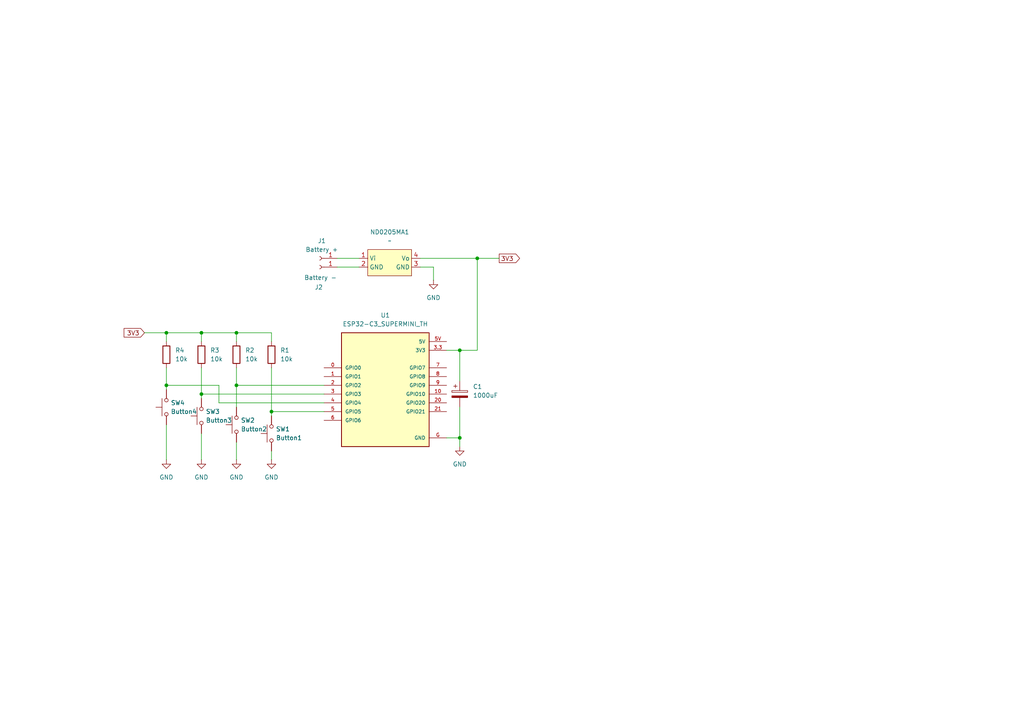
<source format=kicad_sch>
(kicad_sch (version 20250114) (generator "eeschema") (generator_version "9.0")
  (paper "A4")
  (lib_symbols
    (symbol "Connector:Conn_01x01_Socket" (pin_names (offset 1.016) (hide yes))
      (property "Reference" "J" (at 0 2.54 0))
      (property "Value" "Conn_01x01_Socket" (at 0 -2.54 0))
      (symbol "Conn_01x01_Socket_1_1"
        (polyline (pts (xy -1.27 0) (xy -0.508 0)) (stroke (width 0.1524)))
        (arc (start 0 -0.508) (mid -0.5058 0) (end 0 0.508) (stroke (width 0.1524)))
        (pin passive line (at -5.08 0 0) (length 3.81) (name "Pin_1") (number "1"))
      )
    )
    (symbol "Customs:ESP32-C3_SUPERMINI_TH" (pin_names (offset 1.016))
      (property "Reference" "U" (at -12.7 16.002 0))
      (property "Value" "ESP32-C3_SUPERMINI_TH" (at -12.7 -20.32 0))
      (symbol "ESP32-C3_SUPERMINI_TH_0_0"
        (rectangle (start -12.7 -17.78) (end 12.7 15.24) (stroke (width 0.254)) (fill (type background)))
        (pin bidirectional line (at -17.78 5.08 0) (length 5.08) (name "GPIO0") (number "0"))
        (pin bidirectional line (at -17.78 2.54 0) (length 5.08) (name "GPIO1") (number "1"))
        (pin bidirectional line (at -17.78 0 0) (length 5.08) (name "GPIO2") (number "2"))
        (pin bidirectional line (at -17.78 -2.54 0) (length 5.08) (name "GPIO3") (number "3"))
        (pin bidirectional line (at -17.78 -5.08 0) (length 5.08) (name "GPIO4") (number "4"))
        (pin bidirectional line (at -17.78 -7.62 0) (length 5.08) (name "GPIO5") (number "5"))
        (pin bidirectional line (at -17.78 -10.16 0) (length 5.08) (name "GPIO6") (number "6"))
        (pin power_in line (at 17.78 12.7 180) (length 5.08) (name "5V") (number "5V"))
        (pin power_in line (at 17.78 10.16 180) (length 5.08) (name "3V3") (number "3.3"))
        (pin bidirectional line (at 17.78 5.08 180) (length 5.08) (name "GPIO7") (number "7"))
        (pin bidirectional line (at 17.78 2.54 180) (length 5.08) (name "GPIO8") (number "8"))
        (pin bidirectional line (at 17.78 0 180) (length 5.08) (name "GPIO9") (number "9"))
        (pin bidirectional line (at 17.78 -2.54 180) (length 5.08) (name "GPIO10") (number "10"))
        (pin bidirectional line (at 17.78 -5.08 180) (length 5.08) (name "GPIO20") (number "20"))
        (pin bidirectional line (at 17.78 -7.62 180) (length 5.08) (name "GPIO21") (number "21"))
        (pin power_in line (at 17.78 -15.24 180) (length 5.08) (name "GND") (number "G"))
      )
    )
    (symbol "Customs:ND0205MA"
      (property "Reference" "ND0205MA" (at 6.096 1.016 0))
      (symbol "ND0205MA_1_1"
        (rectangle (start 0 0) (end 12.7 -7.62) (fill (type background)))
        (pin input line (at -2.54 -2.54 0) (length 2.54) (name "Vi") (number "1"))
        (pin input line (at -2.54 -5.08 0) (length 2.54) (name "GND") (number "2"))
        (pin output line (at 15.24 -2.54 180) (length 2.54) (name "Vo") (number "4"))
        (pin output line (at 15.24 -5.08 180) (length 2.54) (name "GND") (number "3"))
      )
    )
    (symbol "Device:C_Polarized" (pin_numbers (hide yes)) (pin_names (offset 0.254))
      (property "Reference" "C" (at 0.635 2.54 0))
      (property "Value" "C_Polarized" (at 0.635 -2.54 0))
      (symbol "C_Polarized_0_1"
        (rectangle (start -2.286 0.508) (end 2.286 1.016))
        (polyline (pts (xy -1.778 2.286) (xy -0.762 2.286)))
        (polyline (pts (xy -1.27 2.794) (xy -1.27 1.778)))
        (rectangle (start 2.286 -0.508) (end -2.286 -1.016) (fill (type outline)))
      )
      (symbol "C_Polarized_1_1"
        (pin passive line (at 0 3.81 270) (length 2.794) (name "~") (number "1"))
        (pin passive line (at 0 -3.81 90) (length 2.794) (name "~") (number "2"))
      )
    )
    (symbol "Device:R" (pin_numbers (hide yes)) (pin_names (offset 0))
      (property "Reference" "R" (at 2.032 0 90))
      (property "Value" "R" (at 0 0 90))
      (symbol "R_0_1"
        (rectangle (start -1.016 -2.54) (end 1.016 2.54) (stroke (width 0.254)))
      )
      (symbol "R_1_1"
        (pin passive line (at 0 3.81 270) (length 1.27) (name "~") (number "1"))
        (pin passive line (at 0 -3.81 90) (length 1.27) (name "~") (number "2"))
      )
    )
    (symbol "Switch:SW_Push" (pin_numbers (hide yes)) (pin_names (offset 1.016) (hide yes))
      (property "Reference" "SW" (at 1.27 2.54 0))
      (property "Value" "SW_Push" (at 0 -1.524 0))
      (symbol "SW_Push_0_1"
        (circle (center -2.032 0) (radius 0.508))
        (polyline (pts (xy 0 1.27) (xy 0 3.048)))
        (circle (center 2.032 0) (radius 0.508))
        (polyline (pts (xy 2.54 1.27) (xy -2.54 1.27)))
        (pin passive line (at -5.08 0 0) (length 2.54) (name "1") (number "1"))
        (pin passive line (at 5.08 0 180) (length 2.54) (name "2") (number "2"))
      )
    )
    (symbol "power:GND" (power) (pin_numbers (hide yes)) (pin_names (offset 0) (hide yes))
      (property "Value" "GND" (at 0 -3.81 0))
      (symbol "GND_0_1"
        (polyline (pts (xy 0 0) (xy 0 -1.27) (xy 1.27 -1.27) (xy 0 -2.54) (xy -1.27 -1.27) (xy 0 -1.27)))
      )
      (symbol "GND_1_1"
        (pin power_in line (at 0 0 270) (length 0) (name "~") (number "1"))
      )
    )
  )
  (junction (at 58.42 114.3))
  (junction (at 48.26 111.76))
  (junction (at 68.58 96.52))
  (junction (at 133.35 127))
  (junction (at 58.42 96.52))
  (junction (at 68.58 111.76))
  (junction (at 48.26 96.52))
  (junction (at 78.74 119.38))
  (junction (at 138.43 74.93))
  (junction (at 133.35 101.6))
  (wire (pts (xy 138.43 74.93) (xy 138.43 101.6)))
  (wire (pts (xy 58.42 125.73) (xy 58.42 133.35)))
  (wire (pts (xy 68.58 96.52) (xy 78.74 96.52)))
  (wire (pts (xy 48.26 96.52) (xy 58.42 96.52)))
  (wire (pts (xy 129.54 127) (xy 133.35 127)))
  (wire (pts (xy 121.92 74.93) (xy 138.43 74.93)))
  (wire (pts (xy 68.58 99.06) (xy 68.58 96.52)))
  (wire (pts (xy 121.92 77.47) (xy 125.73 77.47)))
  (wire (pts (xy 78.74 119.38) (xy 93.98 119.38)))
  (wire (pts (xy 97.79 74.93) (xy 104.14 74.93)))
  (wire (pts (xy 125.73 77.47) (xy 125.73 81.28)))
  (wire (pts (xy 68.58 128.27) (xy 68.58 133.35)))
  (wire (pts (xy 93.98 116.84) (xy 63.5 116.84)))
  (wire (pts (xy 133.35 127) (xy 133.35 129.54)))
  (wire (pts (xy 133.35 101.6) (xy 133.35 110.49)))
  (wire (pts (xy 68.58 111.76) (xy 93.98 111.76)))
  (wire (pts (xy 48.26 111.76) (xy 48.26 113.03)))
  (wire (pts (xy 68.58 111.76) (xy 68.58 118.11)))
  (wire (pts (xy 78.74 99.06) (xy 78.74 96.52)))
  (wire (pts (xy 144.78 74.93) (xy 138.43 74.93)))
  (wire (pts (xy 41.91 96.52) (xy 48.26 96.52)))
  (wire (pts (xy 78.74 130.81) (xy 78.74 133.35)))
  (wire (pts (xy 63.5 116.84) (xy 63.5 111.76)))
  (wire (pts (xy 97.79 77.47) (xy 104.14 77.47)))
  (wire (pts (xy 58.42 106.68) (xy 58.42 114.3)))
  (wire (pts (xy 58.42 114.3) (xy 58.42 115.57)))
  (wire (pts (xy 78.74 119.38) (xy 78.74 120.65)))
  (wire (pts (xy 48.26 106.68) (xy 48.26 111.76)))
  (wire (pts (xy 58.42 96.52) (xy 58.42 99.06)))
  (wire (pts (xy 133.35 118.11) (xy 133.35 127)))
  (wire (pts (xy 78.74 106.68) (xy 78.74 119.38)))
  (wire (pts (xy 63.5 111.76) (xy 48.26 111.76)))
  (wire (pts (xy 138.43 101.6) (xy 133.35 101.6)))
  (wire (pts (xy 58.42 96.52) (xy 68.58 96.52)))
  (wire (pts (xy 68.58 106.68) (xy 68.58 111.76)))
  (wire (pts (xy 133.35 101.6) (xy 129.54 101.6)))
  (wire (pts (xy 48.26 96.52) (xy 48.26 99.06)))
  (wire (pts (xy 58.42 114.3) (xy 93.98 114.3)))
  (wire (pts (xy 48.26 123.19) (xy 48.26 133.35)))
  (global_label "3V3" (shape input) (at 41.91 96.52 180) (property "Intersheetrefs" "${INTERSHEET_REFS}" (effects (hide yes))))
  (global_label "3V3" (shape output) (at 144.78 74.93 0) (property "Intersheetrefs" "${INTERSHEET_REFS}" (effects (hide yes))))
  (symbol (lib_id "Device:R") (at 48.26 102.87 0) (unit 1)
    (property "Reference" "R4" (at 50.8 101.5999 0) (effects (justify left)))
    (property "Value" "10k" (at 50.8 104.1399 0) (effects (justify left)))
    (property "Footprint" "Resistor_THT:R_Axial_DIN0204_L3.6mm_D1.6mm_P5.08mm_Horizontal" (effects (hide yes)))
    (property "Description" "Resistor" (effects (hide yes)))
  )
  (symbol (lib_id "Connector:Conn_01x01_Socket") (at 92.71 74.93 180) (unit 1)
    (property "Reference" "J1" (at 93.345 69.85 0))
    (property "Value" "Battery +" (at 93.345 72.39 0))
    (property "Footprint" "TestPoint:TestPoint_THTPad_2.0x2.0mm_Drill1.0mm" (effects (hide yes)))
    (property "Description" "Generic connector, single row, 01x01, script generated" (effects (hide yes)))
  )
  (symbol (lib_id "Customs:ESP32-C3_SUPERMINI_TH") (at 111.76 111.76 0) (unit 1)
    (property "Reference" "U1" (at 111.76 91.44 0))
    (property "Value" "ESP32-C3_SUPERMINI_TH" (at 111.76 93.98 0))
    (property "Footprint" "Customs:MODULE_ESP32-C3_SUPERMINI_TH" (effects (hide yes)))
    (property "Description_1" "Super tiny ESP32-C3 board" (effects (hide yes)))
  )
  (symbol (lib_id "power:GND") (at 78.74 133.35 0) (unit 1)
    (property "Reference" "#PWR03" (effects (hide yes)))
    (property "Value" "GND" (at 78.74 138.43 0))
    (property "Description" "Power symbol creates a global label with name \"GND\" , ground" (effects (hide yes)))
  )
  (symbol (lib_id "power:GND") (at 58.42 133.35 0) (unit 1)
    (property "Reference" "#PWR05" (effects (hide yes)))
    (property "Value" "GND" (at 58.42 138.43 0))
    (property "Description" "Power symbol creates a global label with name \"GND\" , ground" (effects (hide yes)))
  )
  (symbol (lib_id "Switch:SW_Push") (at 58.42 120.65 90) (unit 1)
    (property "Reference" "SW3" (at 59.69 119.3799 90) (effects (justify right)))
    (property "Value" "Button3" (at 59.69 121.9199 90) (effects (justify right)))
    (property "Footprint" "Button_Switch_THT:SW_PUSH_6mm_H5mm" (effects (hide yes)))
    (property "Description" "Push button switch, generic, two pins" (effects (hide yes)))
  )
  (symbol (lib_id "Device:R") (at 68.58 102.87 0) (unit 1)
    (property "Reference" "R2" (at 71.12 101.5999 0) (effects (justify left)))
    (property "Value" "10k" (at 71.12 104.1399 0) (effects (justify left)))
    (property "Footprint" "Resistor_THT:R_Axial_DIN0204_L3.6mm_D1.6mm_P5.08mm_Horizontal" (effects (hide yes)))
    (property "Description" "Resistor" (effects (hide yes)))
  )
  (symbol (lib_id "power:GND") (at 125.73 81.28 0) (unit 1)
    (property "Reference" "#PWR01" (effects (hide yes)))
    (property "Value" "GND" (at 125.73 86.36 0))
    (property "Description" "Power symbol creates a global label with name \"GND\" , ground" (effects (hide yes)))
  )
  (symbol (lib_id "Switch:SW_Push") (at 78.74 125.73 90) (unit 1)
    (property "Reference" "SW1" (at 80.01 124.4599 90) (effects (justify right)))
    (property "Value" "Button1" (at 80.01 126.9999 90) (effects (justify right)))
    (property "Footprint" "Button_Switch_THT:SW_PUSH_6mm_H5mm" (effects (hide yes)))
    (property "Description" "Push button switch, generic, two pins" (effects (hide yes)))
  )
  (symbol (lib_id "power:GND") (at 48.26 133.35 0) (unit 1)
    (property "Reference" "#PWR06" (effects (hide yes)))
    (property "Value" "GND" (at 48.26 138.43 0))
    (property "Description" "Power symbol creates a global label with name \"GND\" , ground" (effects (hide yes)))
  )
  (symbol (lib_id "Device:R") (at 78.74 102.87 0) (unit 1)
    (property "Reference" "R1" (at 81.28 101.5999 0) (effects (justify left)))
    (property "Value" "10k" (at 81.28 104.1399 0) (effects (justify left)))
    (property "Footprint" "Resistor_THT:R_Axial_DIN0204_L3.6mm_D1.6mm_P5.08mm_Horizontal" (effects (hide yes)))
    (property "Description" "Resistor" (effects (hide yes)))
  )
  (symbol (lib_id "Switch:SW_Push") (at 48.26 118.11 90) (unit 1)
    (property "Reference" "SW4" (at 49.53 116.8399 90) (effects (justify right)))
    (property "Value" "Button4" (at 49.53 119.3799 90) (effects (justify right)))
    (property "Footprint" "Button_Switch_THT:SW_PUSH_6mm_H5mm" (effects (hide yes)))
    (property "Description" "Push button switch, generic, two pins" (effects (hide yes)))
  )
  (symbol (lib_id "power:GND") (at 68.58 133.35 0) (unit 1)
    (property "Reference" "#PWR04" (effects (hide yes)))
    (property "Value" "GND" (at 68.58 138.43 0))
    (property "Description" "Power symbol creates a global label with name \"GND\" , ground" (effects (hide yes)))
  )
  (symbol (lib_id "Connector:Conn_01x01_Socket") (at 92.71 77.47 180) (unit 1)
    (property "Reference" "J2" (at 92.456 83.312 0))
    (property "Value" "Battery -" (at 92.964 80.518 0))
    (property "Footprint" "TestPoint:TestPoint_THTPad_2.0x2.0mm_Drill1.0mm" (effects (hide yes)))
    (property "Description" "Generic connector, single row, 01x01, script generated" (effects (hide yes)))
  )
  (symbol (lib_id "Customs:ND0205MA") (at 106.68 72.39 0) (unit 1)
    (property "Reference" "ND0205MA1" (at 113.03 67.31 0))
    (property "Value" "~" (at 113.03 69.85 0))
    (property "Footprint" "Customs:ND0205MA" (effects (hide yes)))
  )
  (symbol (lib_id "Device:R") (at 58.42 102.87 0) (unit 1)
    (property "Reference" "R3" (at 60.96 101.5999 0) (effects (justify left)))
    (property "Value" "10k" (at 60.96 104.1399 0) (effects (justify left)))
    (property "Footprint" "Resistor_THT:R_Axial_DIN0204_L3.6mm_D1.6mm_P5.08mm_Horizontal" (effects (hide yes)))
    (property "Description" "Resistor" (effects (hide yes)))
  )
  (symbol (lib_id "power:GND") (at 133.35 129.54 0) (unit 1)
    (property "Reference" "#PWR02" (effects (hide yes)))
    (property "Value" "GND" (at 133.35 134.62 0))
    (property "Description" "Power symbol creates a global label with name \"GND\" , ground" (effects (hide yes)))
  )
  (symbol (lib_id "Device:C_Polarized") (at 133.35 114.3 0) (unit 1)
    (property "Reference" "C1" (at 137.16 112.1409 0) (effects (justify left)))
    (property "Value" "1000uF" (at 137.16 114.6809 0) (effects (justify left)))
    (property "Footprint" "Capacitor_THT:CP_Radial_D8.0mm_P3.50mm" (effects (hide yes)))
    (property "Description" "Polarized capacitor" (effects (hide yes)))
  )
  (symbol (lib_id "Switch:SW_Push") (at 68.58 123.19 90) (unit 1)
    (property "Reference" "SW2" (at 69.85 121.9199 90) (effects (justify right)))
    (property "Value" "Button2" (at 69.85 124.4599 90) (effects (justify right)))
    (property "Footprint" "Button_Switch_THT:SW_PUSH_6mm_H5mm" (effects (hide yes)))
    (property "Description" "Push button switch, generic, two pins" (effects (hide yes)))
  )
)
</source>
